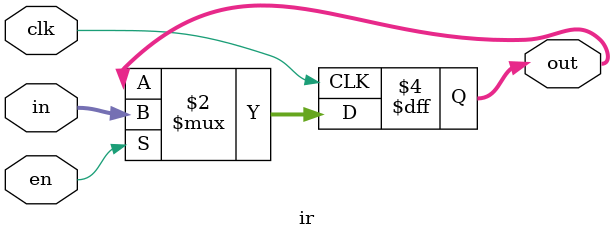
<source format=v>
module ir(in,out,clk,en);
input [15:0] in;
input clk,en;
output reg [15:0] out;

always @(posedge clk)
begin
if(en)
out<=in;
end
endmodule
</source>
